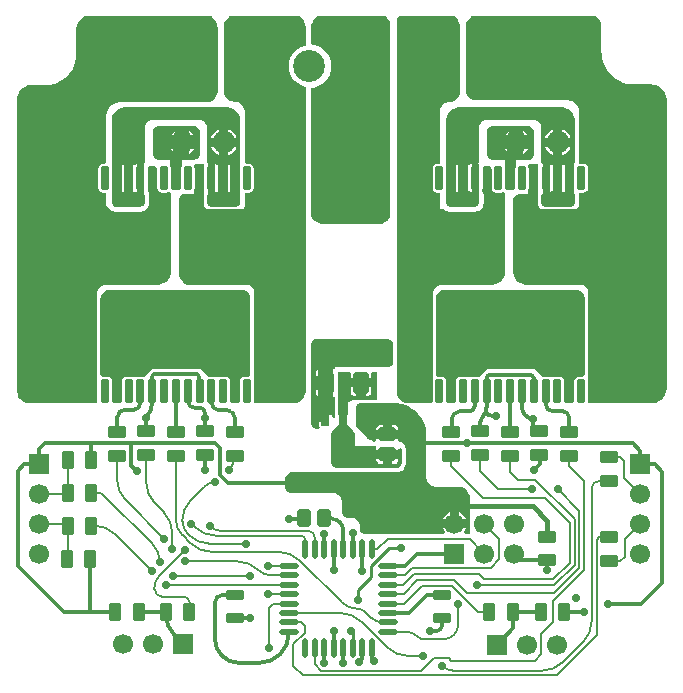
<source format=gtl>
G04 Layer_Physical_Order=1*
G04 Layer_Color=16776960*
%FSLAX43Y43*%
%MOMM*%
G71*
G01*
G75*
%ADD10C,0.200*%
%ADD11C,0.300*%
G04:AMPARAMS|DCode=12|XSize=1.21mm|YSize=1.46mm|CornerRadius=0.151mm|HoleSize=0mm|Usage=FLASHONLY|Rotation=180.000|XOffset=0mm|YOffset=0mm|HoleType=Round|Shape=RoundedRectangle|*
%AMROUNDEDRECTD12*
21,1,1.210,1.157,0,0,180.0*
21,1,0.907,1.460,0,0,180.0*
1,1,0.302,-0.454,0.579*
1,1,0.302,0.454,0.579*
1,1,0.302,0.454,-0.579*
1,1,0.302,-0.454,-0.579*
%
%ADD12ROUNDEDRECTD12*%
G04:AMPARAMS|DCode=13|XSize=1.53mm|YSize=1.02mm|CornerRadius=0.128mm|HoleSize=0mm|Usage=FLASHONLY|Rotation=90.000|XOffset=0mm|YOffset=0mm|HoleType=Round|Shape=RoundedRectangle|*
%AMROUNDEDRECTD13*
21,1,1.530,0.765,0,0,90.0*
21,1,1.275,1.020,0,0,90.0*
1,1,0.255,0.383,0.637*
1,1,0.255,0.383,-0.637*
1,1,0.255,-0.383,-0.637*
1,1,0.255,-0.383,0.637*
%
%ADD13ROUNDEDRECTD13*%
%ADD14O,1.650X0.550*%
%ADD15O,0.550X1.650*%
G04:AMPARAMS|DCode=16|XSize=0.74mm|YSize=2.01mm|CornerRadius=0.185mm|HoleSize=0mm|Usage=FLASHONLY|Rotation=0.000|XOffset=0mm|YOffset=0mm|HoleType=Round|Shape=RoundedRectangle|*
%AMROUNDEDRECTD16*
21,1,0.740,1.640,0,0,0.0*
21,1,0.370,2.010,0,0,0.0*
1,1,0.370,0.185,-0.820*
1,1,0.370,-0.185,-0.820*
1,1,0.370,-0.185,0.820*
1,1,0.370,0.185,0.820*
%
%ADD16ROUNDEDRECTD16*%
G04:AMPARAMS|DCode=17|XSize=10.3mm|YSize=5.25mm|CornerRadius=0.656mm|HoleSize=0mm|Usage=FLASHONLY|Rotation=0.000|XOffset=0mm|YOffset=0mm|HoleType=Round|Shape=RoundedRectangle|*
%AMROUNDEDRECTD17*
21,1,10.300,3.938,0,0,0.0*
21,1,8.988,5.250,0,0,0.0*
1,1,1.313,4.494,-1.969*
1,1,1.313,-4.494,-1.969*
1,1,1.313,-4.494,1.969*
1,1,1.313,4.494,1.969*
%
%ADD17ROUNDEDRECTD17*%
G04:AMPARAMS|DCode=18|XSize=6.23mm|YSize=5.25mm|CornerRadius=0.656mm|HoleSize=0mm|Usage=FLASHONLY|Rotation=0.000|XOffset=0mm|YOffset=0mm|HoleType=Round|Shape=RoundedRectangle|*
%AMROUNDEDRECTD18*
21,1,6.230,3.938,0,0,0.0*
21,1,4.918,5.250,0,0,0.0*
1,1,1.313,2.459,-1.969*
1,1,1.313,-2.459,-1.969*
1,1,1.313,-2.459,1.969*
1,1,1.313,2.459,1.969*
%
%ADD18ROUNDEDRECTD18*%
G04:AMPARAMS|DCode=19|XSize=1.53mm|YSize=1.02mm|CornerRadius=0.128mm|HoleSize=0mm|Usage=FLASHONLY|Rotation=180.000|XOffset=0mm|YOffset=0mm|HoleType=Round|Shape=RoundedRectangle|*
%AMROUNDEDRECTD19*
21,1,1.530,0.765,0,0,180.0*
21,1,1.275,1.020,0,0,180.0*
1,1,0.255,-0.637,0.383*
1,1,0.255,0.637,0.383*
1,1,0.255,0.637,-0.383*
1,1,0.255,-0.637,-0.383*
%
%ADD19ROUNDEDRECTD19*%
G04:AMPARAMS|DCode=20|XSize=0.91mm|YSize=1.46mm|CornerRadius=0.114mm|HoleSize=0mm|Usage=FLASHONLY|Rotation=90.000|XOffset=0mm|YOffset=0mm|HoleType=Round|Shape=RoundedRectangle|*
%AMROUNDEDRECTD20*
21,1,0.910,1.232,0,0,90.0*
21,1,0.683,1.460,0,0,90.0*
1,1,0.228,0.616,0.341*
1,1,0.228,0.616,-0.341*
1,1,0.228,-0.616,-0.341*
1,1,0.228,-0.616,0.341*
%
%ADD20ROUNDEDRECTD20*%
G04:AMPARAMS|DCode=21|XSize=1.28mm|YSize=1.87mm|CornerRadius=0.16mm|HoleSize=0mm|Usage=FLASHONLY|Rotation=180.000|XOffset=0mm|YOffset=0mm|HoleType=Round|Shape=RoundedRectangle|*
%AMROUNDEDRECTD21*
21,1,1.280,1.550,0,0,180.0*
21,1,0.960,1.870,0,0,180.0*
1,1,0.320,-0.480,0.775*
1,1,0.320,0.480,0.775*
1,1,0.320,0.480,-0.775*
1,1,0.320,-0.480,-0.775*
%
%ADD21ROUNDEDRECTD21*%
G04:AMPARAMS|DCode=22|XSize=1.21mm|YSize=1.46mm|CornerRadius=0.151mm|HoleSize=0mm|Usage=FLASHONLY|Rotation=90.000|XOffset=0mm|YOffset=0mm|HoleType=Round|Shape=RoundedRectangle|*
%AMROUNDEDRECTD22*
21,1,1.210,1.157,0,0,90.0*
21,1,0.907,1.460,0,0,90.0*
1,1,0.302,0.579,0.454*
1,1,0.302,0.579,-0.454*
1,1,0.302,-0.579,-0.454*
1,1,0.302,-0.579,0.454*
%
%ADD22ROUNDEDRECTD22*%
G04:AMPARAMS|DCode=23|XSize=0.7mm|YSize=1.87mm|CornerRadius=0.087mm|HoleSize=0mm|Usage=FLASHONLY|Rotation=180.000|XOffset=0mm|YOffset=0mm|HoleType=Round|Shape=RoundedRectangle|*
%AMROUNDEDRECTD23*
21,1,0.700,1.695,0,0,180.0*
21,1,0.525,1.870,0,0,180.0*
1,1,0.175,-0.263,0.848*
1,1,0.175,0.263,0.848*
1,1,0.175,0.263,-0.848*
1,1,0.175,-0.263,-0.848*
%
%ADD23ROUNDEDRECTD23*%
%ADD24C,0.600*%
%ADD25C,0.250*%
%ADD26C,0.400*%
%ADD27R,1.700X1.700*%
%ADD28C,1.700*%
%ADD29R,1.700X1.700*%
%ADD30C,1.900*%
%ADD31C,2.700*%
%ADD32R,2.200X2.200*%
%ADD33C,0.700*%
%ADD34C,1.000*%
G36*
X17505Y56245D02*
X17535Y56225D01*
X17707Y56054D01*
X17841Y55852D01*
X17934Y55628D01*
X17968Y55458D01*
X17982Y55269D01*
Y55269D01*
X17982Y55269D01*
X17982Y55269D01*
X17985Y49923D01*
X17985Y49830D01*
X17949Y49647D01*
X17878Y49475D01*
X17774Y49320D01*
X17642Y49188D01*
X17487Y49085D01*
X17315Y49013D01*
X17233Y48997D01*
X17039Y48977D01*
Y48977D01*
X17039Y48977D01*
X9760Y48977D01*
X9639Y48971D01*
X9401Y48924D01*
X9177Y48831D01*
X8975Y48696D01*
X8804Y48524D01*
X8669Y48323D01*
X8576Y48098D01*
X8542Y47926D01*
X8529Y47860D01*
X8523Y47739D01*
X8523D01*
X8523Y47739D01*
X8523Y43879D01*
X8381Y43738D01*
X8265D01*
X8115Y43708D01*
X7988Y43623D01*
X7902Y43495D01*
X7873Y43345D01*
Y41705D01*
X7902Y41555D01*
X7988Y41427D01*
X8115Y41342D01*
X8265Y41312D01*
X8523D01*
X8523Y40547D01*
X8527Y40464D01*
X8559Y40301D01*
X8623Y40148D01*
X8715Y40010D01*
X8832Y39892D01*
X8970Y39800D01*
X9124Y39736D01*
X9163Y39729D01*
X9176Y39723D01*
X9177Y39723D01*
X9177Y39723D01*
X9266Y39705D01*
X9333Y39692D01*
X9333Y39692D01*
X9333Y39692D01*
X9409Y39692D01*
X11414Y39692D01*
X11460Y39701D01*
X11506Y39703D01*
X11507Y39703D01*
X11508Y39703D01*
X11688Y39746D01*
X11718Y39760D01*
X11750Y39766D01*
X11789Y39782D01*
X11789Y39782D01*
X11855Y39826D01*
X11921Y39870D01*
X11921Y39870D01*
X12030Y39979D01*
X12030Y39979D01*
X12065Y40032D01*
X12118Y40111D01*
X12118Y40111D01*
X12177Y40253D01*
X12177Y40253D01*
X12177Y40253D01*
X12208Y40409D01*
X12208Y40486D01*
Y41141D01*
X12193Y41216D01*
X12180Y41290D01*
X12178Y41294D01*
X12177Y41297D01*
X12135Y41361D01*
X12094Y41424D01*
X12057Y41463D01*
X12092Y41516D01*
X12130Y41705D01*
Y43345D01*
X12130Y43345D01*
X12256Y43500D01*
X12699Y43500D01*
X12825Y43388D01*
X12873Y43300D01*
Y41705D01*
X12902Y41555D01*
X12988Y41427D01*
X13115Y41342D01*
X13265Y41312D01*
X13635D01*
X13785Y41342D01*
X13798Y41351D01*
X13867Y41379D01*
X14043Y41303D01*
X14050Y41297D01*
X14050Y34750D01*
X14050Y34627D01*
X14002Y34385D01*
X13908Y34158D01*
X13771Y33953D01*
X13597Y33779D01*
X13392Y33642D01*
X13165Y33548D01*
X12986Y33512D01*
X12800Y33500D01*
X12800Y33500D01*
X8523Y33500D01*
X8447Y33496D01*
X8298Y33467D01*
X8158Y33409D01*
X8032Y33325D01*
X7925Y33218D01*
X7841Y33092D01*
X7783Y32952D01*
X7754Y32803D01*
X7750Y32727D01*
Y23487D01*
X2043Y23487D01*
X1941Y23487D01*
X1739Y23527D01*
X1549Y23605D01*
X1378Y23720D01*
X1233Y23865D01*
X1119Y24036D01*
X1040Y24226D01*
X1000Y24427D01*
X1000Y24530D01*
X1000Y49198D01*
Y49320D01*
X1048Y49559D01*
X1141Y49785D01*
X1277Y49988D01*
X1450Y50161D01*
X1653Y50297D01*
X1878Y50390D01*
X2118Y50438D01*
X2240D01*
X2240Y50438D01*
X3438Y50438D01*
X3689Y50450D01*
X4182Y50548D01*
X4646Y50740D01*
X5063Y51019D01*
X5418Y51375D01*
X5697Y51792D01*
X5890Y52256D01*
X5988Y52749D01*
X6000Y53000D01*
X6000Y53000D01*
X6000Y55138D01*
X6058Y55430D01*
X6172Y55705D01*
X6337Y55952D01*
X6548Y56163D01*
X6672Y56246D01*
X17505Y56245D01*
D02*
G37*
G36*
X38105Y56245D02*
X38250Y56099D01*
X38371Y55919D01*
X38454Y55717D01*
X38482Y55581D01*
X38497Y55395D01*
Y55395D01*
X38497Y55395D01*
X38497Y55395D01*
X38500Y49986D01*
X38501Y49886D01*
X38462Y49691D01*
X38386Y49508D01*
X38276Y49343D01*
X38135Y49202D01*
X37970Y49092D01*
X37786Y49016D01*
X37683Y48995D01*
X37492Y48977D01*
X37492Y48977D01*
Y48977D01*
X37492Y48977D01*
X37364Y48964D01*
X37308Y48941D01*
X37128Y48866D01*
X36946Y48685D01*
X36872Y48505D01*
X36848Y48448D01*
X36836Y48320D01*
X36836Y48320D01*
X36836D01*
X36836Y48123D01*
X36836Y43738D01*
X36565D01*
X36415Y43708D01*
X36288Y43623D01*
X36202Y43495D01*
X36173Y43345D01*
Y41705D01*
X36202Y41555D01*
X36288Y41427D01*
X36415Y41342D01*
X36565Y41312D01*
X36836D01*
X36836Y39899D01*
X37174D01*
X37204Y39868D01*
X37204Y39868D01*
X37257Y39833D01*
X37336Y39780D01*
X37336Y39780D01*
X37476Y39722D01*
X37476Y39722D01*
X37574Y39702D01*
X37633Y39691D01*
X37633Y39691D01*
X37633Y39691D01*
X37708Y39691D01*
X39714Y39691D01*
X39791Y39691D01*
X39947Y39722D01*
X40089Y39781D01*
X40089Y39781D01*
X40155Y39825D01*
X40221Y39869D01*
X40221Y39869D01*
X40251Y39899D01*
X40350D01*
Y40008D01*
X40418Y40110D01*
X40477Y40252D01*
X40508Y40408D01*
X40508Y40485D01*
Y41141D01*
X40493Y41216D01*
X40480Y41290D01*
X40478Y41294D01*
X40477Y41297D01*
X40435Y41360D01*
X40394Y41424D01*
X40357Y41463D01*
X40392Y41516D01*
X40430Y41705D01*
Y43345D01*
X40556Y43499D01*
X40999Y43499D01*
X41121Y43390D01*
X41173Y43299D01*
Y41705D01*
X41202Y41555D01*
X41287Y41427D01*
X41415Y41342D01*
X41565Y41312D01*
X41935D01*
X42085Y41342D01*
X42150Y41386D01*
X42343Y41303D01*
X42350Y41297D01*
X42350Y34749D01*
X42350Y34626D01*
X42302Y34384D01*
X42208Y34156D01*
X42071Y33952D01*
X41897Y33777D01*
X41692Y33641D01*
X41465Y33547D01*
X41294Y33513D01*
X41100Y33499D01*
X40900Y33499D01*
X36977Y33499D01*
X36901Y33495D01*
X36752Y33465D01*
X36611Y33407D01*
X36484Y33322D01*
X36376Y33215D01*
X36292Y33088D01*
X36233Y32947D01*
X36204Y32798D01*
X36200Y32722D01*
X36200D01*
X36200Y25483D01*
X36173Y25345D01*
Y23705D01*
X36176Y23685D01*
X36032Y23485D01*
X34920D01*
X34191Y23485D01*
X34089Y23485D01*
X33891Y23525D01*
X33703Y23602D01*
X33535Y23715D01*
X33392Y23858D01*
X33279Y24027D01*
X33202Y24214D01*
X33162Y24413D01*
X33162Y24514D01*
X33162Y30465D01*
X33162Y56104D01*
X33303Y56245D01*
X38105Y56245D01*
D02*
G37*
G36*
X19103Y48508D02*
X19309Y48423D01*
X19493Y48299D01*
X19651Y48142D01*
X19774Y47957D01*
X19859Y47752D01*
X19888Y47607D01*
X19902Y47423D01*
Y47423D01*
X19902Y47423D01*
X19902Y47423D01*
Y43852D01*
X19850Y43818D01*
Y42525D01*
Y41232D01*
X19902Y41198D01*
Y40492D01*
X19902Y40414D01*
X19843Y40270D01*
X19732Y40160D01*
X19692Y40143D01*
X19510Y40100D01*
X17402Y40100D01*
X17264Y40157D01*
X17158Y40263D01*
X17101Y40401D01*
X17101Y40476D01*
Y41141D01*
X17240Y41286D01*
X17301Y41312D01*
X17635D01*
X17785Y41342D01*
X17798Y41351D01*
X17950Y41412D01*
X18050Y41372D01*
Y42525D01*
Y43678D01*
X17950Y43638D01*
X17798Y43699D01*
X17785Y43708D01*
X17635Y43738D01*
X17265D01*
X17101Y43909D01*
X17101Y46799D01*
X17098Y46868D01*
X17071Y47002D01*
X17018Y47129D01*
X16942Y47244D01*
X16845Y47341D01*
X16730Y47417D01*
X16603Y47470D01*
X16469Y47497D01*
X16400Y47500D01*
X16400Y47500D01*
X16400Y47500D01*
X16204Y47500D01*
X12493Y47500D01*
X12425Y47497D01*
X12292Y47470D01*
X12166Y47418D01*
X12053Y47343D01*
X11957Y47247D01*
X11882Y47134D01*
X11830Y47008D01*
X11803Y46875D01*
X11800Y46807D01*
X11800Y46807D01*
X11800Y46807D01*
X11800Y43909D01*
X11635Y43738D01*
X11265D01*
X11115Y43708D01*
X11102Y43699D01*
X10950Y43638D01*
X10850Y43678D01*
Y42525D01*
Y41372D01*
X10950Y41412D01*
X11102Y41351D01*
X11115Y41342D01*
X11265Y41312D01*
X11600D01*
X11659Y41287D01*
X11800Y41141D01*
Y40486D01*
X11800Y40409D01*
X11741Y40267D01*
X11633Y40159D01*
X11594Y40143D01*
X11414Y40100D01*
X11414Y40100D01*
Y40100D01*
X9408Y40100D01*
X9333Y40100D01*
X9192Y40158D01*
X9085Y40266D01*
X9027Y40406D01*
X9027Y40482D01*
Y41179D01*
X9050Y41196D01*
Y42525D01*
Y43854D01*
X9027Y43871D01*
X9027Y47537D01*
X9070Y47755D01*
X9155Y47959D01*
X9278Y48143D01*
X9434Y48300D01*
X9618Y48423D01*
X9823Y48508D01*
X10040Y48551D01*
X10151D01*
X10151Y48551D01*
X18774Y48551D01*
X18885Y48551D01*
X19103Y48508D01*
D02*
G37*
G36*
X47403Y48506D02*
X47609Y48421D01*
X47793Y48298D01*
X47951Y48141D01*
X48074Y47956D01*
X48159Y47750D01*
X48202Y47532D01*
X48202Y47421D01*
X48202D01*
X48202Y43852D01*
X48150Y43818D01*
Y42525D01*
Y41232D01*
X48202Y41198D01*
Y40491D01*
X48202Y40413D01*
X48143Y40269D01*
X48032Y40158D01*
X47888Y40099D01*
X47810Y40099D01*
X45702Y40099D01*
X45564Y40156D01*
X45458Y40262D01*
X45401Y40400D01*
X45401Y40475D01*
Y41141D01*
X45540Y41286D01*
X45601Y41312D01*
X45935D01*
X46085Y41342D01*
X46098Y41351D01*
X46288Y41427D01*
X46350Y41386D01*
Y42525D01*
Y43678D01*
X46213Y43623D01*
X46085Y43708D01*
X45935Y43738D01*
X45565D01*
X45401Y43909D01*
Y46798D01*
X45398Y46866D01*
X45371Y47001D01*
X45318Y47128D01*
X45242Y47242D01*
X45145Y47340D01*
X45030Y47416D01*
X44903Y47469D01*
X44769Y47495D01*
X44700Y47499D01*
Y47499D01*
X40793Y47499D01*
X40725Y47495D01*
X40592Y47469D01*
X40466Y47417D01*
X40353Y47341D01*
X40257Y47245D01*
X40182Y47132D01*
X40130Y47007D01*
X40103Y46874D01*
X40100Y46806D01*
X40100Y43909D01*
X39935Y43738D01*
X39565D01*
X39415Y43708D01*
X39402Y43699D01*
X39213Y43623D01*
X39150Y43664D01*
Y42525D01*
Y41372D01*
X39288Y41427D01*
X39415Y41342D01*
X39565Y41312D01*
X39900D01*
X39959Y41287D01*
X40100Y41141D01*
Y40485D01*
X40100Y40408D01*
X40041Y40266D01*
X39933Y40158D01*
X39791Y40099D01*
X39714Y40099D01*
X37708Y40099D01*
X37633Y40099D01*
X37492Y40157D01*
X37385Y40264D01*
X37327Y40405D01*
X37327Y40481D01*
Y41179D01*
X37350Y41196D01*
Y42525D01*
Y43854D01*
X37327Y43871D01*
X37327Y47536D01*
X37370Y47753D01*
X37455Y47958D01*
X37578Y48142D01*
X37734Y48299D01*
X37918Y48422D01*
X38123Y48507D01*
X38340Y48550D01*
X38451D01*
Y48550D01*
X47074Y48550D01*
X47185Y48550D01*
X47403Y48506D01*
D02*
G37*
G36*
X16240Y46909D02*
X16409Y46740D01*
X16474Y46583D01*
X16500Y46400D01*
Y46400D01*
X16500Y46400D01*
X16500Y46400D01*
X16500Y44650D01*
X16500Y44541D01*
X16416Y44338D01*
X16262Y44184D01*
X16137Y44132D01*
X15950Y44100D01*
X14950Y44100D01*
Y43566D01*
X14902Y43495D01*
X14873Y43345D01*
Y41705D01*
X14874Y41700D01*
X14717Y41500D01*
X14183Y41500D01*
X14020Y41666D01*
X14028Y41705D01*
Y43345D01*
X13998Y43495D01*
X13971Y43535D01*
Y44100D01*
X13073Y44100D01*
X12962Y44100D01*
X12757Y44185D01*
X12601Y44341D01*
X12516Y44546D01*
X12516Y44657D01*
X12516Y46545D01*
X12602Y46754D01*
X12762Y46914D01*
X12947Y46990D01*
X16043Y46990D01*
X16240Y46909D01*
D02*
G37*
G36*
X44540Y46907D02*
X44709Y46739D01*
X44800Y46518D01*
X44800Y46399D01*
X44800D01*
X44800Y44649D01*
X44800Y44539D01*
X44716Y44337D01*
X44562Y44182D01*
X44359Y44099D01*
X44250Y44099D01*
X43250Y44099D01*
Y43566D01*
X43202Y43495D01*
X43173Y43345D01*
Y41705D01*
X43174Y41699D01*
X43018Y41499D01*
X42483Y41499D01*
X42319Y41663D01*
X42328Y41705D01*
Y43345D01*
X42298Y43495D01*
X42271Y43535D01*
Y44099D01*
X41373Y44099D01*
X41262Y44099D01*
X41057Y44183D01*
X40901Y44340D01*
X40816Y44545D01*
X40816Y44655D01*
X40816Y46544D01*
X40902Y46753D01*
X41062Y46912D01*
X41247Y46989D01*
X44343Y46989D01*
X44540Y46907D01*
D02*
G37*
G36*
X24961Y56245D02*
X24997Y56221D01*
X25171Y56047D01*
X25308Y55842D01*
X25402Y55615D01*
X25450Y55373D01*
X25450Y55250D01*
Y53754D01*
X25407Y53750D01*
X25077Y53650D01*
X24773Y53487D01*
X24507Y53268D01*
X24288Y53002D01*
X24125Y52698D01*
X24025Y52368D01*
X23992Y52025D01*
X24025Y51682D01*
X24125Y51352D01*
X24288Y51048D01*
X24507Y50782D01*
X24773Y50563D01*
X25077Y50400D01*
X25407Y50300D01*
X25450Y50296D01*
Y49249D01*
X25450Y30418D01*
X25450Y24533D01*
X25450D01*
Y24430D01*
X25410Y24228D01*
X25331Y24037D01*
X25216Y23866D01*
X25071Y23720D01*
X24899Y23606D01*
X24709Y23527D01*
X24506Y23487D01*
X23500D01*
X21050Y23487D01*
X21050Y33000D01*
X21050D01*
X21041Y33096D01*
X20967Y33275D01*
X20830Y33411D01*
X20652Y33485D01*
X20556Y33494D01*
X15762Y33494D01*
X15658Y33494D01*
X15452Y33535D01*
X15259Y33615D01*
X15085Y33731D01*
X14937Y33879D01*
X14821Y34053D01*
X14741Y34247D01*
X14700Y34452D01*
X14700Y34557D01*
X14700Y40698D01*
X14700Y40793D01*
X14773Y40968D01*
X14907Y41102D01*
X15082Y41175D01*
X15177Y41175D01*
X15950D01*
Y41483D01*
X15998Y41555D01*
X16028Y41705D01*
Y43345D01*
X15998Y43495D01*
X15961Y43550D01*
X15983Y43641D01*
X16091Y43750D01*
X16850Y43750D01*
X16850Y40275D01*
X16857Y40202D01*
X16913Y40067D01*
X17017Y39963D01*
X17152Y39907D01*
X17225Y39900D01*
X17382D01*
X17402Y39896D01*
X19510Y39896D01*
X19530Y39900D01*
X19940D01*
X20003Y39906D01*
X20120Y39954D01*
X20208Y40043D01*
X20257Y40159D01*
X20263Y40222D01*
Y41311D01*
X20265Y41312D01*
X20635D01*
X20785Y41342D01*
X20913Y41427D01*
X20998Y41555D01*
X21028Y41705D01*
Y43345D01*
X20998Y43495D01*
X20913Y43623D01*
X20785Y43708D01*
X20635Y43738D01*
X20463D01*
X20263Y43937D01*
X20263Y48187D01*
X20263D01*
X20259Y48267D01*
X20228Y48423D01*
X20167Y48570D01*
X20078Y48703D01*
X19966Y48816D01*
X19833Y48904D01*
X19686Y48965D01*
X19530Y48996D01*
X19450Y49000D01*
X19355D01*
X19168Y49037D01*
X18992Y49110D01*
X18834Y49216D01*
X18699Y49351D01*
X18593Y49509D01*
X18520Y49685D01*
X18483Y49872D01*
Y49967D01*
X18483Y55234D01*
X18483Y55358D01*
X18532Y55603D01*
X18627Y55834D01*
X18766Y56041D01*
X18942Y56218D01*
X18984Y56245D01*
X24961Y56245D01*
D02*
G37*
G36*
X50036Y56245D02*
X50051Y56235D01*
X50216Y56070D01*
X50345Y55876D01*
X50435Y55661D01*
X50480Y55432D01*
X50480Y55315D01*
Y53221D01*
X50480Y53221D01*
X50486Y53041D01*
X50533Y52685D01*
X50626Y52338D01*
X50763Y52006D01*
X50943Y51695D01*
X51161Y51410D01*
X51415Y51155D01*
X51700Y50937D01*
X52011Y50757D01*
X52343Y50619D01*
X52690Y50526D01*
X53046Y50479D01*
X53226Y50473D01*
X54685Y50472D01*
X54685Y50472D01*
X54685Y50472D01*
X54688Y50472D01*
X54872Y50460D01*
X55069Y50421D01*
X55308Y50322D01*
X55523Y50178D01*
X55706Y49995D01*
X55850Y49779D01*
X55949Y49540D01*
X56000Y49286D01*
Y49156D01*
X56000Y24786D01*
X56000Y24785D01*
X56000Y24657D01*
X55950Y24406D01*
X55852Y24170D01*
X55710Y23957D01*
X55529Y23776D01*
X55316Y23633D01*
X55079Y23535D01*
X54828Y23485D01*
X54700Y23485D01*
X49350Y23485D01*
X49350Y32966D01*
X49350Y32966D01*
X49350Y32966D01*
X49350Y32967D01*
X49340Y33069D01*
X49308Y33146D01*
X49261Y33259D01*
X49116Y33404D01*
X48926Y33483D01*
X48823Y33493D01*
X44207Y33493D01*
X44088Y33493D01*
X43855Y33539D01*
X43635Y33630D01*
X43438Y33762D01*
X43269Y33931D01*
X43137Y34128D01*
X43046Y34348D01*
X43000Y34581D01*
X43000Y34700D01*
X43000Y40600D01*
X43000Y40600D01*
X43030Y40788D01*
X43087Y40925D01*
X43249Y41086D01*
X43460Y41174D01*
X43574Y41174D01*
X44250Y41174D01*
Y41483D01*
X44298Y41555D01*
X44328Y41705D01*
Y43345D01*
X44298Y43495D01*
X44262Y43549D01*
X44284Y43642D01*
X44391Y43749D01*
X45145Y43749D01*
X45145Y40279D01*
X45145Y40279D01*
X45152Y40205D01*
X45209Y40068D01*
X45314Y39963D01*
X45451Y39906D01*
X45525Y39899D01*
X45682D01*
X45702Y39895D01*
X47810Y39895D01*
X47888Y39895D01*
X47888Y39895D01*
X47888Y39895D01*
X47908Y39899D01*
X48199D01*
X48277Y39906D01*
X48422Y39966D01*
X48532Y40077D01*
X48592Y40222D01*
X48600Y40300D01*
X48600Y41312D01*
X48935D01*
X49085Y41342D01*
X49213Y41427D01*
X49298Y41555D01*
X49328Y41705D01*
Y43345D01*
X49298Y43495D01*
X49213Y43623D01*
X49085Y43708D01*
X48935Y43738D01*
X48600D01*
X48600Y48119D01*
X48600Y48119D01*
X48600Y48119D01*
X48600Y48120D01*
X48595Y48221D01*
X48579Y48303D01*
X48555Y48420D01*
X48478Y48608D01*
X48365Y48777D01*
X48221Y48921D01*
X48052Y49034D01*
X47864Y49112D01*
X47665Y49151D01*
X47563Y49156D01*
X39820Y49156D01*
X39737D01*
X39575Y49189D01*
X39422Y49252D01*
X39284Y49344D01*
X39166Y49462D01*
X39074Y49600D01*
X39011Y49753D01*
X38978Y49915D01*
X38978Y49998D01*
X38978Y55059D01*
X38978Y55259D01*
X38984Y55334D01*
X38993Y55453D01*
X39026Y55621D01*
X39120Y55847D01*
X39255Y56050D01*
X39428Y56223D01*
X39462Y56245D01*
X50036Y56245D01*
D02*
G37*
G36*
X32210Y56245D02*
X32355Y56101D01*
X32475Y55921D01*
X32558Y55721D01*
X32600Y55508D01*
X32600Y55400D01*
X32600Y49991D01*
Y39526D01*
X32600Y39526D01*
X32600Y39444D01*
X32568Y39285D01*
X32506Y39135D01*
X32416Y38999D01*
X32301Y38884D01*
X32165Y38794D01*
X32015Y38732D01*
X31856Y38700D01*
X31774Y38700D01*
X26800Y38700D01*
X26708Y38700D01*
X26527Y38736D01*
X26357Y38806D01*
X26204Y38909D01*
X26074Y39039D01*
X25972Y39192D01*
X25901Y39362D01*
X25865Y39543D01*
X25865Y39635D01*
X25865Y49500D01*
Y50177D01*
X26113Y50202D01*
X26461Y50308D01*
X26783Y50479D01*
X27065Y50711D01*
X27296Y50992D01*
X27468Y51314D01*
X27573Y51662D01*
X27609Y52025D01*
X27573Y52388D01*
X27468Y52736D01*
X27296Y53058D01*
X27065Y53339D01*
X26783Y53571D01*
X26461Y53742D01*
X26113Y53848D01*
X25865Y53873D01*
Y55165D01*
X25865Y55165D01*
X25865Y55165D01*
X25877Y55355D01*
X25916Y55555D01*
X26017Y55797D01*
X26163Y56016D01*
X26349Y56202D01*
X26414Y56245D01*
X32210Y56245D01*
D02*
G37*
G36*
X20274Y33074D02*
X20396Y33023D01*
X20506Y32950D01*
X20600Y32856D01*
X20673Y32746D01*
X20724Y32624D01*
X20750Y32494D01*
X20750Y32428D01*
X20750Y25890D01*
X20550Y25738D01*
X20265D01*
X20115Y25708D01*
X19988Y25623D01*
X19902Y25495D01*
X19873Y25345D01*
Y23705D01*
X19874Y23700D01*
X19717Y23500D01*
X19183D01*
X19027Y23700D01*
X19028Y23705D01*
Y25345D01*
X18998Y25495D01*
X18913Y25623D01*
X18850Y25664D01*
Y25738D01*
X17154D01*
X16534Y26357D01*
X12726D01*
Y26362D01*
X12699Y26357D01*
X12450D01*
X11831Y25738D01*
X10050D01*
Y25664D01*
X9988Y25623D01*
X9902Y25495D01*
X9873Y25345D01*
Y23705D01*
X9874Y23700D01*
X9717Y23500D01*
X9183D01*
X9027Y23700D01*
X9028Y23705D01*
Y25345D01*
X8998Y25495D01*
X8913Y25623D01*
X8785Y25708D01*
X8635Y25738D01*
X8265D01*
X8250Y25735D01*
X8050Y25887D01*
X8050Y32278D01*
Y32359D01*
X8082Y32517D01*
X8144Y32667D01*
X8234Y32802D01*
X8348Y32916D01*
X8483Y33006D01*
X8633Y33068D01*
X8791Y33100D01*
X8872D01*
X20078Y33100D01*
Y33100D01*
X20144Y33100D01*
X20274Y33074D01*
D02*
G37*
G36*
X32393Y28907D02*
X32393Y28907D01*
X32393D01*
X32575Y28866D01*
X32623Y28845D01*
X32738Y28731D01*
X32800Y28581D01*
X32800Y28500D01*
Y26916D01*
X32800Y26916D01*
X32800Y26843D01*
X32744Y26707D01*
X32640Y26603D01*
X32504Y26547D01*
X32430Y26547D01*
X27900Y26547D01*
Y26469D01*
X27833Y26415D01*
X27716Y26353D01*
Y25224D01*
Y24106D01*
X27700Y24103D01*
X27833Y24033D01*
X27900Y23979D01*
X27900Y22352D01*
X27900Y22352D01*
X27900Y22282D01*
X27868Y22232D01*
X27668Y22291D01*
Y22524D01*
X27113D01*
Y21924D01*
X26557D01*
Y21676D01*
X26579Y21564D01*
X26620Y21502D01*
X26583Y21378D01*
X26532Y21302D01*
X26398D01*
X26398Y21302D01*
X26299D01*
X26116Y21378D01*
X25977Y21518D01*
X25901Y21700D01*
X25901Y21799D01*
X25901Y26547D01*
X25901Y28491D01*
X25901Y28491D01*
X25901Y28491D01*
X25942Y28672D01*
X25964Y28727D01*
X26082Y28844D01*
X26235Y28907D01*
X26317Y28907D01*
X32392Y28907D01*
X32393Y28907D01*
D02*
G37*
G36*
X31500Y23799D02*
X29499Y23799D01*
X29401Y23789D01*
X29222Y23715D01*
X29217Y23710D01*
X29082Y23578D01*
X29013Y23625D01*
Y22524D01*
X28213D01*
Y23824D01*
X28200Y23838D01*
Y26139D01*
X29153D01*
X29269Y25999D01*
Y25624D01*
X30116D01*
X30963D01*
Y25999D01*
X31078Y26139D01*
X31500D01*
Y23799D01*
D02*
G37*
G36*
X48329Y33099D02*
X48329Y33099D01*
X48329D01*
X48512Y33076D01*
X48539Y33071D01*
X48670Y33017D01*
X48789Y32938D01*
X48889Y32837D01*
X48968Y32719D01*
X49022Y32588D01*
X49050Y32449D01*
Y32378D01*
X49050Y25890D01*
X48850Y25738D01*
X48565D01*
X48415Y25708D01*
X48287Y25623D01*
X48202Y25495D01*
X48173Y25345D01*
Y23705D01*
X48174Y23699D01*
X48018Y23499D01*
X47483D01*
X47326Y23699D01*
X47328Y23705D01*
Y25345D01*
X47298Y25495D01*
X47213Y25623D01*
X47150Y25664D01*
Y25736D01*
X46941D01*
X46935Y25738D01*
X46565D01*
X46559Y25736D01*
X45941D01*
X45935Y25738D01*
X45565D01*
X45559Y25736D01*
X45454D01*
X44834Y26356D01*
X40750D01*
X40131Y25736D01*
X39941D01*
X39935Y25738D01*
X39565D01*
X39559Y25736D01*
X38941D01*
X38935Y25738D01*
X38565D01*
X38559Y25736D01*
X38350D01*
Y25664D01*
X38287Y25623D01*
X38202Y25495D01*
X38173Y25345D01*
Y23705D01*
X38174Y23699D01*
X38018Y23499D01*
X37483D01*
X37326Y23699D01*
X37328Y23705D01*
Y25345D01*
X37298Y25495D01*
X37213Y25623D01*
X37085Y25708D01*
X36935Y25738D01*
X36655D01*
X36455Y25892D01*
X36455Y32376D01*
X36455Y32376D01*
X36478Y32566D01*
X36482Y32587D01*
X36537Y32718D01*
X36616Y32837D01*
X36717Y32937D01*
X36835Y33016D01*
X36967Y33071D01*
X37106Y33099D01*
X37178D01*
X48329Y33099D01*
X48329Y33099D01*
D02*
G37*
G36*
X29442Y21194D02*
X29482Y21154D01*
X29546Y21058D01*
X29590Y20952D01*
X29613Y20839D01*
X29613Y20782D01*
X29613Y20782D01*
X29613Y19900D01*
X31301Y19900D01*
X31347Y19850D01*
X31431Y19700D01*
X31413Y19612D01*
Y19559D01*
X32350D01*
X33287D01*
Y19612D01*
X33464Y19712D01*
X33600Y19570D01*
Y19492D01*
X33600D01*
X33600Y18500D01*
X33600Y18401D01*
X33524Y18217D01*
X33383Y18076D01*
X33285Y18036D01*
X33100Y18000D01*
X28200Y18000D01*
X28079Y18000D01*
X27856Y18092D01*
X27686Y18263D01*
X27594Y18486D01*
X27594Y18606D01*
Y20852D01*
X27594Y20886D01*
X27607Y20952D01*
X27632Y21014D01*
X27670Y21070D01*
X27694Y21094D01*
X27694Y21094D01*
X27721Y21121D01*
X27743Y21154D01*
X27783Y21194D01*
X27783D01*
X28313Y21724D01*
X28913Y21724D01*
X29442Y21194D01*
D02*
G37*
G36*
X29985Y23485D02*
X32960Y23485D01*
X32960Y23485D01*
X32960Y23485D01*
X32962D01*
X33148Y23484D01*
X33485Y23439D01*
X33708Y23380D01*
X33812Y23337D01*
X33832Y23333D01*
X33851Y23325D01*
X33910Y23313D01*
X34150Y23214D01*
X34455Y23038D01*
X34734Y22823D01*
X34983Y22574D01*
X35198Y22295D01*
X35374Y21990D01*
X35508Y21665D01*
X35599Y21325D01*
X35645Y20976D01*
X35645Y20800D01*
X35645Y17255D01*
X35650Y17171D01*
X35682Y17007D01*
X35746Y16852D01*
X35839Y16712D01*
X35958Y16594D01*
X36097Y16501D01*
X36252Y16437D01*
X36416Y16404D01*
X36500Y16400D01*
X38410Y16400D01*
X38410Y16400D01*
X38410Y16400D01*
X38410D01*
X38595Y16381D01*
X38673Y16365D01*
X38836Y16298D01*
X38984Y16199D01*
X39109Y16074D01*
X39208Y15926D01*
X39275Y15763D01*
X39310Y15589D01*
X39310Y15500D01*
X39310Y12400D01*
X38899D01*
X38825Y12600D01*
X38952Y12766D01*
X39006Y12896D01*
X37064D01*
X37118Y12766D01*
X37245Y12600D01*
X37171Y12400D01*
X30500Y12400D01*
X30401Y12400D01*
X30217Y12476D01*
X30076Y12617D01*
X30000Y12801D01*
X30000Y12900D01*
X30000Y13187D01*
X30000Y13187D01*
X30000Y13187D01*
X30000Y13187D01*
X29988Y13306D01*
X29962Y13369D01*
X29897Y13527D01*
X29727Y13697D01*
X29506Y13788D01*
X29387Y13800D01*
X29100Y13800D01*
X29100Y13800D01*
X28981Y13800D01*
X28760Y13891D01*
X28591Y14060D01*
X28500Y14281D01*
X28500Y15127D01*
X28500D01*
X28500Y15127D01*
X28500Y15127D01*
X28496Y15203D01*
X28466Y15354D01*
X28407Y15496D01*
X28322Y15624D01*
X28214Y15732D01*
X28086Y15817D01*
X27944Y15876D01*
X27793Y15906D01*
X27717Y15910D01*
X24272Y15910D01*
X24158D01*
X23948Y15997D01*
X23787Y16158D01*
X23700Y16368D01*
X23700Y16482D01*
X23700Y16987D01*
X23724Y17177D01*
X23726Y17188D01*
X23778Y17313D01*
X23853Y17426D01*
X23949Y17522D01*
X24062Y17597D01*
X24187Y17649D01*
X24320Y17675D01*
X24387Y17675D01*
X33072Y17675D01*
X33262Y17675D01*
X33262Y17675D01*
X33262Y17675D01*
X33384Y17687D01*
X33446Y17713D01*
X33611Y17781D01*
X33785Y17954D01*
X33878Y18181D01*
X33891Y18304D01*
X33891Y19709D01*
X33891Y19709D01*
X33891Y19709D01*
X33890Y19710D01*
X33881Y19805D01*
X33846Y19889D01*
X33808Y19982D01*
X33673Y20117D01*
X33496Y20191D01*
X33441Y20196D01*
X33350Y20286D01*
X33287Y20395D01*
Y20449D01*
X32350D01*
X31413D01*
Y20405D01*
X31412Y20393D01*
X31241Y20235D01*
X31167Y20250D01*
X30930Y20348D01*
X30717Y20490D01*
X30627Y20580D01*
X29911Y21297D01*
X29911Y21297D01*
X29861Y21347D01*
X29782Y21465D01*
X29728Y21595D01*
X29700Y21734D01*
X29700Y21805D01*
X29700Y23200D01*
X29700Y23200D01*
X29723Y23271D01*
X29758Y23376D01*
X29824Y23442D01*
X29929Y23485D01*
X29985Y23485D01*
D02*
G37*
%LPC*%
G36*
X18895Y46654D02*
Y45975D01*
X19574D01*
X19500Y46155D01*
X19315Y46395D01*
X19075Y46580D01*
X18895Y46654D01*
D02*
G37*
G36*
X18095Y46654D02*
X17915Y46580D01*
X17675Y46395D01*
X17491Y46155D01*
X17416Y45975D01*
X18095D01*
Y46654D01*
D02*
G37*
G36*
Y45175D02*
X17416D01*
X17491Y44995D01*
X17675Y44755D01*
X17915Y44570D01*
X18095Y44496D01*
Y45175D01*
D02*
G37*
G36*
X19574D02*
X18895D01*
Y44496D01*
X19075Y44570D01*
X19315Y44755D01*
X19500Y44995D01*
X19574Y45175D01*
D02*
G37*
G36*
X19050Y43678D02*
X18950Y43638D01*
X18850Y43678D01*
Y42525D01*
Y41372D01*
X18950Y41412D01*
X19050Y41372D01*
Y42525D01*
Y43678D01*
D02*
G37*
G36*
X10050D02*
X9950Y43638D01*
X9850Y43678D01*
Y42525D01*
Y41372D01*
X9950Y41412D01*
X10050Y41372D01*
Y42525D01*
Y43678D01*
D02*
G37*
G36*
X47170Y46654D02*
Y45975D01*
X47849D01*
X47775Y46155D01*
X47590Y46395D01*
X47350Y46580D01*
X47170Y46654D01*
D02*
G37*
G36*
X46370Y46654D02*
X46190Y46580D01*
X45950Y46395D01*
X45765Y46155D01*
X45691Y45975D01*
X46370D01*
Y46654D01*
D02*
G37*
G36*
X47849Y45175D02*
X47170D01*
Y44496D01*
X47350Y44570D01*
X47590Y44755D01*
X47775Y44995D01*
X47849Y45175D01*
D02*
G37*
G36*
X46370D02*
X45691D01*
X45765Y44995D01*
X45950Y44755D01*
X46190Y44570D01*
X46370Y44496D01*
Y45175D01*
D02*
G37*
G36*
X38350Y43664D02*
X38288Y43623D01*
X38213D01*
X38150Y43664D01*
Y42525D01*
Y41372D01*
X38288Y41427D01*
X38350Y41386D01*
Y42525D01*
Y43664D01*
D02*
G37*
G36*
X47150Y43678D02*
Y42525D01*
Y41372D01*
X47288Y41427D01*
X47350Y41386D01*
Y42525D01*
Y43664D01*
X47288Y43623D01*
X47150Y43678D01*
D02*
G37*
G36*
X15595Y46564D02*
Y46175D01*
X15984D01*
X15815Y46395D01*
X15595Y46564D01*
D02*
G37*
G36*
X14395Y46564D02*
X14175Y46395D01*
X14006Y46175D01*
X14395D01*
Y46564D01*
D02*
G37*
G36*
Y44975D02*
X14006D01*
X14175Y44755D01*
X14395Y44586D01*
Y44975D01*
D02*
G37*
G36*
X15984D02*
X15595D01*
Y44586D01*
X15815Y44755D01*
X15984Y44975D01*
D02*
G37*
G36*
X43870Y46564D02*
Y46175D01*
X44259D01*
X44090Y46395D01*
X43870Y46564D01*
D02*
G37*
G36*
X42670Y46564D02*
X42450Y46395D01*
X42281Y46175D01*
X42670D01*
Y46564D01*
D02*
G37*
G36*
X44259Y44975D02*
X43870D01*
Y44586D01*
X44090Y44755D01*
X44259Y44975D01*
D02*
G37*
G36*
X42670D02*
X42281D01*
X42450Y44755D01*
X42670Y44586D01*
Y44975D01*
D02*
G37*
G36*
X26516Y26342D02*
X26495Y26338D01*
X26376Y26259D01*
X26296Y26139D01*
X26269Y25999D01*
Y25824D01*
X26516D01*
Y26342D01*
D02*
G37*
G36*
Y24624D02*
X26269D01*
Y24449D01*
X26296Y24309D01*
X26376Y24189D01*
X26495Y24110D01*
X26516Y24106D01*
Y24624D01*
D02*
G37*
G36*
X30963Y24824D02*
X30516D01*
Y24082D01*
X30596D01*
X30736Y24110D01*
X30855Y24189D01*
X30935Y24309D01*
X30963Y24449D01*
Y24824D01*
D02*
G37*
G36*
X29716D02*
X29269D01*
Y24449D01*
X29296Y24309D01*
X29376Y24189D01*
X29495Y24110D01*
X29636Y24082D01*
X29716D01*
Y24824D01*
D02*
G37*
G36*
X33287Y18759D02*
X32750D01*
Y18347D01*
X32929D01*
X33066Y18374D01*
X33182Y18452D01*
X33260Y18568D01*
X33287Y18705D01*
Y18759D01*
D02*
G37*
G36*
X31950D02*
X31413D01*
Y18705D01*
X31440Y18568D01*
X31518Y18452D01*
X31634Y18374D01*
X31771Y18347D01*
X31950D01*
Y18759D01*
D02*
G37*
G36*
X32929Y21660D02*
X32750D01*
Y21249D01*
X33287D01*
Y21302D01*
X33260Y21439D01*
X33182Y21556D01*
X33066Y21633D01*
X32929Y21660D01*
D02*
G37*
G36*
X31950D02*
X31771D01*
X31634Y21633D01*
X31518Y21556D01*
X31440Y21439D01*
X31413Y21302D01*
Y21249D01*
X31950D01*
Y21660D01*
D02*
G37*
G36*
X38435Y14267D02*
Y13696D01*
X39006D01*
X38952Y13825D01*
X38784Y14045D01*
X38565Y14213D01*
X38435Y14267D01*
D02*
G37*
G36*
X37635D02*
X37505Y14213D01*
X37286Y14045D01*
X37118Y13825D01*
X37064Y13696D01*
X37635D01*
Y14267D01*
D02*
G37*
%LPD*%
D10*
X36963Y1250D02*
G03*
X37928Y850I966J966D01*
G01*
X32301Y2844D02*
G03*
X34097Y2100I1796J1796D01*
G01*
X30164Y4981D02*
G03*
X28368Y5725I-1796J-1796D01*
G01*
X50250Y16900D02*
G03*
X49650Y16300I0J-600D01*
G01*
X45451Y850D02*
G03*
X47247Y1594I0J2540D01*
G01*
X48906Y3253D02*
G03*
X49650Y5049I-1796J1796D01*
G01*
X37100Y3500D02*
G03*
X38350Y4750I0J1250D01*
G01*
X34884Y3750D02*
G03*
X35488Y3500I604J604D01*
G01*
X34884Y3750D02*
G03*
X33979Y4125I-905J-905D01*
G01*
X18939Y17825D02*
G03*
X19425Y18999I-1174J1174D01*
G01*
X15651Y15208D02*
G03*
X15000Y13637I1571J-1571D01*
G01*
X17775Y16800D02*
G03*
X16867Y16424I0J-1284D01*
G01*
X15528Y12344D02*
G03*
X17324Y11600I1796J1796D01*
G01*
X15000Y13531D02*
G03*
X15466Y12406I1592J0D01*
G01*
X30986Y5339D02*
G03*
X31985Y4925I999J999D01*
G01*
X30564Y5761D02*
G03*
X29737Y6103I-826J-826D01*
G01*
X28474Y6627D02*
G03*
X29737Y6103I1263J1263D01*
G01*
X24945Y10156D02*
G03*
X23149Y10900I-1796J-1796D01*
G01*
X15662Y11644D02*
G03*
X17458Y10900I1796J1796D01*
G01*
X14438Y13680D02*
G03*
X15011Y12295I1957J0D01*
G01*
X17300Y13100D02*
G03*
X18349Y12665I1049J1049D01*
G01*
X26212Y12125D02*
G03*
X25672Y12665I-541J0D01*
G01*
X16037Y13009D02*
G03*
X17833Y12265I1796J1796D01*
G01*
X25386Y11151D02*
G03*
X25412Y11125I26J0D01*
G01*
X25386Y11957D02*
G03*
X25078Y12265I-308J0D01*
G01*
X15607Y6623D02*
G03*
X15127Y7103I-480J0D01*
G01*
X12627Y7775D02*
G03*
X13300Y7103I673J0D01*
G01*
X13031Y8875D02*
G03*
X12627Y7900I975J-975D01*
G01*
X14143Y12488D02*
G03*
X13399Y14284I-2540J0D01*
G01*
X11919Y16816D02*
G03*
X12663Y15020I2540J0D01*
G01*
X21428Y9356D02*
G03*
X22468Y8925I1041J1041D01*
G01*
X21428Y9356D02*
G03*
X19631Y10100I-1796J-1796D01*
G01*
X9332Y12381D02*
G03*
X7536Y13125I-1796J-1796D01*
G01*
X8398Y15652D02*
G03*
X7800Y15900I-598J-598D01*
G01*
X13093Y10007D02*
G03*
X12421Y11629I-2294J0D01*
G01*
X9450Y17074D02*
G03*
X10194Y15278I2540J0D01*
G01*
X34097Y2100D02*
X35400D01*
X30164Y4981D02*
X32301Y2844D01*
X24013Y5725D02*
X28368D01*
X50250Y16900D02*
X51100D01*
X49650Y5049D02*
Y16300D01*
X37928Y850D02*
X45451D01*
X47247Y1594D02*
X48906Y3253D01*
X35488Y3500D02*
X37100D01*
X32412Y4125D02*
X33979D01*
X38350Y4750D02*
Y6500D01*
X19425Y18999D02*
Y19041D01*
X15651Y15208D02*
X16867Y16424D01*
X17324Y11600D02*
X20400D01*
X17220D02*
X17324D01*
X15466Y12406D02*
X15528Y12344D01*
X15000Y13531D02*
Y13637D01*
X30564Y5761D02*
X30986Y5339D01*
X24945Y10156D02*
X28474Y6627D01*
X17458Y10900D02*
X23149D01*
X15011Y12295D02*
X15662Y11644D01*
X14438Y13680D02*
Y19041D01*
X13031Y8875D02*
X15189Y11033D01*
X18349Y12665D02*
X25672D01*
X26212Y11125D02*
Y12125D01*
X17833Y12265D02*
X25078D01*
X25386Y11151D02*
Y11957D01*
X10194Y15278D02*
X13478Y11994D01*
X15607Y5800D02*
Y6623D01*
X13300Y7103D02*
X15127D01*
X12627Y7775D02*
Y7900D01*
X14438Y19041D02*
X14568Y18911D01*
X14143Y11131D02*
Y12488D01*
X12663Y15020D02*
X13399Y14284D01*
X11919Y16816D02*
Y19116D01*
X22468Y8925D02*
X24013D01*
X15189Y10100D02*
X19631D01*
X9332Y12381D02*
X12409Y9303D01*
X7290Y13125D02*
X7536D01*
X8398Y15652D02*
X12421Y11629D01*
X7290Y15900D02*
X7800D01*
X14226Y8874D02*
X20700D01*
X13582Y8125D02*
X24013D01*
X45400Y3983D02*
X46400Y4983D01*
X45400Y2256D02*
Y3983D01*
X46400Y4983D02*
Y6730D01*
X47751Y18149D02*
Y19040D01*
X44844Y1700D02*
X45400Y2256D01*
X37772Y1700D02*
X44844D01*
X37572Y1900D02*
X37772Y1700D01*
X36282Y1900D02*
X37572D01*
X35232Y850D02*
X36282Y1900D01*
X26731Y850D02*
X35232D01*
X26212Y1368D02*
X26731Y850D01*
X25191Y450D02*
X46700D01*
X24400Y1241D02*
X25191Y450D01*
X46700D02*
X50075Y3825D01*
X26212Y1368D02*
Y2725D01*
X49000Y9330D02*
Y16900D01*
X46400Y6730D02*
X49000Y9330D01*
X48600Y9574D02*
Y14400D01*
X46426Y7400D02*
X48600Y9574D01*
X39111Y7400D02*
X46426D01*
X48200Y9800D02*
Y13680D01*
X46500Y8100D02*
X48200Y9800D01*
X39900Y8100D02*
X46500D01*
X47800Y9985D02*
Y13367D01*
X46415Y8600D02*
X47800Y9985D01*
X40550Y8600D02*
X46415D01*
X38011Y8500D02*
X39111Y7400D01*
X40150Y9000D02*
X40550Y8600D01*
X34573Y9000D02*
X40150D01*
X34900Y8500D02*
X38011D01*
X33725Y7325D02*
X34900Y8500D01*
X32412Y7325D02*
X33725D01*
X40009Y5800D02*
X40976D01*
X37802Y8007D02*
X40009Y5800D01*
X35280Y8007D02*
X37802D01*
X33698Y8125D02*
X34573Y9000D01*
X41087Y9500D02*
X41843Y10256D01*
X34400Y9500D02*
X41087D01*
X33825Y8925D02*
X34400Y9500D01*
X33798Y6525D02*
X35280Y8007D01*
X32412Y6525D02*
X33798D01*
X41843Y10256D02*
Y12022D01*
X40569Y13296D02*
X41843Y12022D01*
X32412Y8925D02*
X33825D01*
X32412Y8125D02*
X33698D01*
X22300Y2800D02*
Y6120D01*
X24000Y4113D02*
X24013Y4125D01*
X22300Y6120D02*
X22705Y6525D01*
X24012D01*
X24400Y1241D02*
Y3097D01*
X50075Y3825D02*
Y9530D01*
X50060Y9544D02*
X50075Y9530D01*
X45667Y15500D02*
X47800Y13367D01*
X40419Y15500D02*
X45667D01*
X44880Y17000D02*
X48200Y13680D01*
X46800Y16200D02*
X48600Y14400D01*
X47751Y18149D02*
X49000Y16900D01*
X40175Y13296D02*
X40569D01*
X40219Y17722D02*
X41741Y16200D01*
X40219Y17722D02*
Y19115D01*
X37750Y18169D02*
X40419Y15500D01*
X37750Y18169D02*
Y19040D01*
X41741Y16200D02*
X44600D01*
X9450Y17074D02*
Y19041D01*
X32383Y12021D02*
X39310D01*
X31487Y11125D02*
X32383Y12021D01*
X31013Y11125D02*
X31487D01*
X39310Y12021D02*
X40575Y10756D01*
X43439Y17000D02*
X44880D01*
X42738Y17702D02*
X43439Y17000D01*
X42738Y17702D02*
Y19040D01*
X24400Y3097D02*
X25367Y4064D01*
Y4633D01*
X25075Y4925D02*
X25367Y4633D01*
X22264Y9725D02*
X24012D01*
X22264Y7325D02*
X24013D01*
X5275Y15900D02*
X5275Y15900D01*
Y18675D01*
X5200Y10325D02*
X5275Y10400D01*
Y13125D01*
X5160Y13240D02*
X5275Y13125D01*
X2833Y13240D02*
X5160D01*
X5155Y15780D02*
X5275Y15900D01*
X2833Y15780D02*
X5155D01*
X51125Y10104D02*
X52086D01*
X52476Y10494D01*
Y11951D01*
X53776Y13251D01*
X51100Y18919D02*
X52057D01*
X52376Y18600D01*
Y17191D02*
Y18600D01*
Y17191D02*
X53776Y15791D01*
X50294Y12119D02*
X51125D01*
X50060Y9544D02*
Y11885D01*
X50294Y12119D01*
X24013Y4925D02*
X25075D01*
D11*
X21500Y1500D02*
G03*
X24013Y4012I0J2513D01*
G01*
X17747Y3552D02*
G03*
X19799Y1500I2052J0D01*
G01*
X18400Y7252D02*
G03*
X17747Y6600I0J-652D01*
G01*
X28612Y12700D02*
G03*
X27575Y13737I-1037J0D01*
G01*
X20702Y5302D02*
G03*
X20725Y5325I0J23D01*
G01*
X36500Y4200D02*
G03*
X36975Y4675I0J475D01*
G01*
X13584Y5626D02*
G03*
X14327Y3830I2540J0D01*
G01*
X40392Y22300D02*
G03*
X40219Y21882I418J-418D01*
G01*
X40649Y22679D02*
G03*
X40750Y23165I-1122J486D01*
G01*
X40392Y22300D02*
G03*
X40649Y22679I-865J865D01*
G01*
D02*
G03*
X41322Y22400I673J673D01*
G01*
X47725Y22275D02*
G03*
X47200Y22800I-525J0D01*
G01*
X45750Y23400D02*
G03*
X46350Y22800I600J0D01*
G01*
X43750Y23138D02*
G03*
X44706Y22182I956J0D01*
G01*
Y21630D02*
G03*
X45206Y21130I500J0D01*
G01*
X38490Y22800D02*
G03*
X37790Y22100I0J-700D01*
G01*
X39288Y22800D02*
G03*
X39750Y23263I0J463D01*
G01*
X37750Y21055D02*
G03*
X37790Y21095I0J40D01*
G01*
X44734Y25600D02*
G03*
X44434Y25900I-300J0D01*
G01*
X41062D02*
G03*
X40750Y25588I0J-312D01*
G01*
X16416Y24564D02*
G03*
X16450Y24530I34J0D01*
G01*
X16416Y25664D02*
G03*
X16081Y26000I-336J0D01*
G01*
X12726D02*
G03*
X12450Y25724I0J-276D01*
G01*
X16900Y22700D02*
G03*
X16500Y23100I-400J0D01*
G01*
X15450Y23678D02*
G03*
X16028Y23100I578J0D01*
G01*
X19425Y22275D02*
G03*
X18800Y22900I-625J0D01*
G01*
X17450Y23539D02*
G03*
X18089Y22900I639J0D01*
G01*
X11919Y22275D02*
G03*
X12450Y23558I-1283J1283D01*
G01*
X10150Y22950D02*
G03*
X9500Y22300I0J-650D01*
G01*
X10900Y22950D02*
G03*
X11450Y23500I0J550D01*
G01*
X9450Y21056D02*
G03*
X9500Y21106I0J50D01*
G01*
X29400Y11155D02*
G03*
X29413Y11125I43J0D01*
G01*
X44734Y19087D02*
G03*
X44706Y19115I-28J0D01*
G01*
X19647Y7325D02*
G03*
X19475Y7152I0J-173D01*
G01*
X16900Y17825D02*
Y19116D01*
X19799Y1500D02*
X21500D01*
X17747Y3552D02*
Y6600D01*
X18400Y7252D02*
X19475D01*
X28612Y11125D02*
Y12700D01*
X27025Y13737D02*
X27575D01*
X24061Y13725D02*
X25323D01*
X19475Y5302D02*
X20702D01*
X36000Y4200D02*
X36500D01*
X36000D02*
Y4200D01*
X36975Y4675D02*
Y5302D01*
X45900Y9375D02*
Y10173D01*
X13584Y5626D02*
Y5800D01*
X14327Y3830D02*
X15056Y3101D01*
X41322Y22400D02*
X41565D01*
X40219Y21130D02*
Y21882D01*
X40750Y24524D02*
Y25588D01*
Y23165D02*
Y24524D01*
X47725Y21055D02*
Y22275D01*
X46350Y22800D02*
X47200D01*
X45750Y23400D02*
Y24524D01*
X44706Y21630D02*
Y22182D01*
X43750Y23138D02*
Y24524D01*
X37790Y21095D02*
Y22100D01*
X38490Y22800D02*
X39288D01*
X39750Y23263D02*
Y24524D01*
X44734Y24529D02*
Y25600D01*
X41062Y25900D02*
X44434D01*
X44734Y24529D02*
X44750D01*
X16416Y24564D02*
Y25664D01*
X12726Y26000D02*
X16081D01*
X12450Y24525D02*
Y25724D01*
X16900Y22275D02*
Y22700D01*
X16028Y23100D02*
X16500D01*
X15450Y23678D02*
Y24525D01*
X16900Y22275D02*
X16900D01*
X19425Y21056D02*
Y22275D01*
X18089Y22900D02*
X18800D01*
X17450Y23539D02*
Y24525D01*
X16900Y21137D02*
Y22275D01*
Y21137D02*
X16906Y21131D01*
X11919D02*
Y22275D01*
X12450Y23558D02*
Y24525D01*
X9500Y21106D02*
Y22300D01*
X10150Y22950D02*
X10900D01*
X11450Y23500D02*
Y24525D01*
X47366Y5800D02*
X49000D01*
X34920Y20100D02*
X39100D01*
X53150D01*
X40204Y21144D02*
X40219Y21130D01*
X29400Y11155D02*
Y12475D01*
X7215Y5800D02*
X9308D01*
X4950D02*
X7215D01*
X1082Y9668D02*
X4950Y5800D01*
X7215D02*
Y10325D01*
X7290Y20100D02*
X10679D01*
X3350D02*
X7290D01*
Y18675D02*
Y20100D01*
X2833Y19583D02*
X3350Y20100D01*
X2833Y18320D02*
Y19583D01*
X10679Y20100D02*
X17798D01*
X43115Y10756D02*
X43697Y10173D01*
X45900D01*
X44734Y17852D02*
X45241Y18358D01*
X29925Y1550D02*
X30212Y1837D01*
X31013Y1814D02*
X31202Y1625D01*
X28612Y1525D02*
Y2725D01*
X27000Y2713D02*
X27013Y2725D01*
X27000Y1500D02*
Y2713D01*
X28612Y2725D02*
X28612Y2725D01*
X42991Y4449D02*
Y5800D01*
X41593Y3051D02*
X42991Y4449D01*
X34884Y10756D02*
X38035D01*
X33853Y9725D02*
X34884Y10756D01*
X32412Y9725D02*
X33853D01*
X35681Y7252D02*
X36975D01*
X34154Y5725D02*
X35681Y7252D01*
X36975D02*
X36975Y7252D01*
X29412Y2725D02*
X29425D01*
X27000Y11131D02*
Y12400D01*
Y11131D02*
X27005Y11125D01*
X27800Y9375D02*
Y11113D01*
X16900Y19116D02*
X16906D01*
X14438Y21056D02*
Y24513D01*
X14450Y24525D01*
X42738Y21055D02*
Y24511D01*
X42750Y24524D01*
X11323Y5800D02*
X13583D01*
X13584Y5800D01*
X42991Y5800D02*
X45301D01*
X45326Y5775D01*
X1612Y18320D02*
X2833D01*
X1082Y17790D02*
X1612Y18320D01*
X1082Y9668D02*
Y17790D01*
X53150Y20100D02*
X53776Y19474D01*
Y18331D02*
Y19474D01*
X47341Y5775D02*
X47366Y5800D01*
X53776Y18331D02*
X54969D01*
X55625Y17675D01*
Y8225D02*
Y17675D01*
X53850Y6450D02*
X55625Y8225D01*
X51025Y6450D02*
X53850D01*
X10679Y18178D02*
X11141Y17716D01*
X10679Y18178D02*
Y20100D01*
X17798D02*
X18200Y19698D01*
Y17372D02*
Y19698D01*
Y17372D02*
X18824Y16748D01*
X24432D01*
X30212Y11125D02*
X30212Y11125D01*
X27800Y2738D02*
X27812Y2725D01*
X27800Y2738D02*
Y4200D01*
X31013Y1814D02*
Y2725D01*
X32412Y5725D02*
X34154D01*
X30212Y9300D02*
Y11125D01*
X30212Y1837D02*
Y2725D01*
X45241Y18358D02*
Y19137D01*
D12*
X27025Y13737D02*
D03*
X25335Y13737D02*
D03*
D13*
X5275Y18675D02*
D03*
X7290Y18675D02*
D03*
X7290Y13125D02*
D03*
X5275D02*
D03*
X7290Y15900D02*
D03*
X5275D02*
D03*
X5200Y10325D02*
D03*
X7215Y10325D02*
D03*
X13584Y5800D02*
D03*
X15598Y5800D02*
D03*
X42991Y5800D02*
D03*
X40976Y5800D02*
D03*
X11323Y5800D02*
D03*
X9308D02*
D03*
X45326Y5775D02*
D03*
X47341Y5775D02*
D03*
D14*
X24013Y4125D02*
D03*
Y4925D02*
D03*
Y5725D02*
D03*
X24012Y6525D02*
D03*
X24013Y7325D02*
D03*
X24013Y8125D02*
D03*
X24013Y8925D02*
D03*
X24012Y9725D02*
D03*
X32412Y9725D02*
D03*
X32412Y8925D02*
D03*
Y8125D02*
D03*
X32412Y7325D02*
D03*
X32412Y6525D02*
D03*
Y5725D02*
D03*
X32412Y4925D02*
D03*
Y4125D02*
D03*
D15*
X25412Y11125D02*
D03*
X26212Y11125D02*
D03*
X27012Y11125D02*
D03*
X27812Y11125D02*
D03*
X28612Y11125D02*
D03*
X29413Y11125D02*
D03*
X30212Y11125D02*
D03*
X31013Y11125D02*
D03*
X31013Y2725D02*
D03*
X30212Y2725D02*
D03*
X29412Y2725D02*
D03*
X28612Y2725D02*
D03*
X27812D02*
D03*
X27013Y2725D02*
D03*
X26212Y2725D02*
D03*
X25413Y2725D02*
D03*
D16*
X35750Y24525D02*
D03*
X36750Y24525D02*
D03*
X37750Y24525D02*
D03*
X38750Y24525D02*
D03*
X39750Y24525D02*
D03*
X40750Y24525D02*
D03*
X41750Y24525D02*
D03*
X42750Y24525D02*
D03*
X49750Y24515D02*
D03*
X43750Y24525D02*
D03*
X44750Y24530D02*
D03*
X45750Y24525D02*
D03*
X46750Y24525D02*
D03*
X47750Y24525D02*
D03*
X48750Y24525D02*
D03*
X49750Y42525D02*
D03*
X48750Y42525D02*
D03*
X47750Y42525D02*
D03*
X46750Y42525D02*
D03*
X45750Y42525D02*
D03*
X44750Y42525D02*
D03*
X43750Y42525D02*
D03*
X42750Y42525D02*
D03*
X41750Y42525D02*
D03*
X40750Y42525D02*
D03*
X39750Y42525D02*
D03*
X38750Y42525D02*
D03*
X37750Y42525D02*
D03*
X36750Y42525D02*
D03*
X35750Y42525D02*
D03*
X7450Y24525D02*
D03*
X8450D02*
D03*
X9450D02*
D03*
X10450D02*
D03*
X11450D02*
D03*
X12450D02*
D03*
X13450D02*
D03*
X14450D02*
D03*
X21450Y24515D02*
D03*
X15450Y24525D02*
D03*
X16450Y24530D02*
D03*
X17450Y24525D02*
D03*
X18450D02*
D03*
X19450D02*
D03*
X20450D02*
D03*
X21450Y42525D02*
D03*
X20450D02*
D03*
X19450D02*
D03*
X18450D02*
D03*
X17450D02*
D03*
X16450D02*
D03*
X15450D02*
D03*
X14450D02*
D03*
X13450D02*
D03*
X12450D02*
D03*
X11450D02*
D03*
X10450D02*
D03*
X9450D02*
D03*
X8450D02*
D03*
X7450D02*
D03*
D17*
X42750Y30475D02*
D03*
X14450D02*
D03*
D18*
X46915Y36575D02*
D03*
X38585D02*
D03*
X18615D02*
D03*
X10285D02*
D03*
D19*
X9450Y19041D02*
D03*
Y21056D02*
D03*
X19425Y19041D02*
D03*
Y21056D02*
D03*
X16906Y21131D02*
D03*
Y19116D02*
D03*
X11919Y21131D02*
D03*
Y19116D02*
D03*
X14438Y19041D02*
D03*
Y21056D02*
D03*
X37750Y19040D02*
D03*
Y21055D02*
D03*
X45206Y21130D02*
D03*
X45206Y19115D02*
D03*
X42738Y19040D02*
D03*
Y21055D02*
D03*
X47725Y19040D02*
D03*
Y21055D02*
D03*
X40219Y21130D02*
D03*
X40219Y19115D02*
D03*
X51100Y18919D02*
D03*
X51100Y16904D02*
D03*
X51125Y10104D02*
D03*
X51125Y12119D02*
D03*
X45900Y12188D02*
D03*
Y10173D02*
D03*
D20*
X19475Y5302D02*
D03*
X19475Y7252D02*
D03*
X36975Y5302D02*
D03*
X36975Y7252D02*
D03*
D21*
X27116Y25224D02*
D03*
X30116Y25224D02*
D03*
D22*
X32350Y20849D02*
D03*
Y19159D02*
D03*
D23*
X30113Y22524D02*
D03*
X28613D02*
D03*
X27113D02*
D03*
D24*
X45750Y41240D02*
Y43680D01*
X39750Y41249D02*
Y43693D01*
X42750Y42525D02*
Y44999D01*
Y42524D02*
Y42525D01*
X17450Y41241D02*
Y42525D01*
X11450Y41250D02*
Y42525D01*
X14450D02*
Y45000D01*
X11050Y40850D02*
X11450Y41250D01*
X17450Y41241D02*
X17841Y40850D01*
X11450Y42525D02*
Y43694D01*
X17450Y42525D02*
Y43681D01*
X45750Y41240D02*
X46141Y40849D01*
X39350D02*
X39750Y41249D01*
D25*
X31000Y8811D02*
Y9711D01*
X29900Y7711D02*
X31000Y8811D01*
X29900Y6787D02*
Y7711D01*
X31000Y9711D02*
X32489Y11200D01*
X33511D01*
X29412Y2725D02*
Y4152D01*
X29404Y4160D02*
X29412Y4152D01*
X29300Y4160D02*
X29404D01*
D26*
X45900Y12188D02*
Y13550D01*
X44660Y14790D02*
X45900Y13550D01*
X37200Y14790D02*
X44660D01*
D27*
X53776Y18331D02*
D03*
X2833Y18320D02*
D03*
D28*
X53776Y15791D02*
D03*
Y13251D02*
D03*
Y10711D02*
D03*
X2833Y15780D02*
D03*
Y13240D02*
D03*
Y10700D02*
D03*
X44133Y3051D02*
D03*
X46673D02*
D03*
X12516Y3101D02*
D03*
X9976D02*
D03*
X40575Y10756D02*
D03*
X43115Y10756D02*
D03*
X43115Y13296D02*
D03*
X40575Y13296D02*
D03*
X38035Y13296D02*
D03*
D29*
X41593Y3051D02*
D03*
X15056Y3101D02*
D03*
X38035Y10756D02*
D03*
D30*
X14995Y45575D02*
D03*
X18495D02*
D03*
X43270D02*
D03*
X46770D02*
D03*
D31*
X35750Y52025D02*
D03*
X25750Y52025D02*
D03*
X20750Y52025D02*
D03*
X30750Y52025D02*
D03*
X40750D02*
D03*
D32*
X15750D02*
D03*
D33*
X17775Y16800D02*
D03*
X18939Y17825D02*
D03*
X15189Y11033D02*
D03*
X17300Y13100D02*
D03*
X15750Y13296D02*
D03*
X15189Y10100D02*
D03*
X14143Y11131D02*
D03*
X13478Y11994D02*
D03*
X13093Y10007D02*
D03*
X14226Y8874D02*
D03*
X13582Y8125D02*
D03*
X12409Y9303D02*
D03*
X24061Y13725D02*
D03*
X27400Y17200D02*
D03*
X36000Y4200D02*
D03*
X36963Y1250D02*
D03*
X48341Y6987D02*
D03*
X39900Y8100D02*
D03*
X38350Y6500D02*
D03*
X45900Y9375D02*
D03*
X22300Y2800D02*
D03*
X49000Y5800D02*
D03*
X41565Y22400D02*
D03*
X39100Y20100D02*
D03*
X44706Y22182D02*
D03*
X44734Y17852D02*
D03*
X35400Y2100D02*
D03*
X29925Y1550D02*
D03*
X28612Y1525D02*
D03*
X27000Y1500D02*
D03*
X31202Y1625D02*
D03*
X20700Y8874D02*
D03*
X22256Y7317D02*
D03*
X20400Y11600D02*
D03*
X22256Y9717D02*
D03*
X46800Y16200D02*
D03*
X29400Y12475D02*
D03*
X27000Y12400D02*
D03*
X20725Y5325D02*
D03*
X27800Y9375D02*
D03*
X16900Y17825D02*
D03*
X11919Y22275D02*
D03*
X16900D02*
D03*
X44600Y16200D02*
D03*
X51025Y6450D02*
D03*
X11141Y17716D02*
D03*
X30212Y9300D02*
D03*
X29900Y6787D02*
D03*
X33511Y12900D02*
D03*
Y11200D02*
D03*
X27800Y4200D02*
D03*
X29300Y4160D02*
D03*
D34*
X32263Y28350D02*
D03*
X31123D02*
D03*
X29983D02*
D03*
X28843D02*
D03*
X27703D02*
D03*
X26563D02*
D03*
X26548Y27175D02*
D03*
X27688D02*
D03*
X28828D02*
D03*
X29968D02*
D03*
X31108D02*
D03*
X37530Y28079D02*
D03*
Y27024D02*
D03*
X39577D02*
D03*
X40650D02*
D03*
Y28079D02*
D03*
X39577D02*
D03*
X38553Y27024D02*
D03*
Y28079D02*
D03*
X16062Y29126D02*
D03*
X16076Y30177D02*
D03*
X16091Y31227D02*
D03*
X16105Y32277D02*
D03*
X41723Y28079D02*
D03*
Y30188D02*
D03*
Y32298D02*
D03*
Y31243D02*
D03*
Y27024D02*
D03*
X42747Y28079D02*
D03*
Y29133D02*
D03*
Y30188D02*
D03*
Y31243D02*
D03*
X43820Y28079D02*
D03*
Y29133D02*
D03*
Y31243D02*
D03*
Y27024D02*
D03*
X44893Y32298D02*
D03*
Y31243D02*
D03*
Y30188D02*
D03*
Y29133D02*
D03*
Y28079D02*
D03*
X17150Y27026D02*
D03*
X19383D02*
D03*
X18267D02*
D03*
X18281Y28076D02*
D03*
X19398D02*
D03*
X16048D02*
D03*
X17164D02*
D03*
X12755Y32277D02*
D03*
X13872D02*
D03*
X14988D02*
D03*
X12741Y31227D02*
D03*
X13857D02*
D03*
X14974D02*
D03*
X12726Y30177D02*
D03*
X13843D02*
D03*
X14960D02*
D03*
X12712Y29126D02*
D03*
X13829D02*
D03*
X14945D02*
D03*
X14931Y28076D02*
D03*
X13814D02*
D03*
X12698D02*
D03*
X43837Y32298D02*
D03*
X42780D02*
D03*
X43820Y30188D02*
D03*
X41723Y29133D02*
D03*
X16033Y27026D02*
D03*
X27524Y39600D02*
D03*
X28599D02*
D03*
X27538Y40700D02*
D03*
X28612D02*
D03*
X27438Y41800D02*
D03*
X29587D02*
D03*
X28512D02*
D03*
X30661D02*
D03*
X30700Y42990D02*
D03*
X28551D02*
D03*
X29626D02*
D03*
X27477D02*
D03*
X18941Y40850D02*
D03*
X17841D02*
D03*
X11050D02*
D03*
X9950D02*
D03*
X12683Y27026D02*
D03*
X13800D02*
D03*
X14917D02*
D03*
X42747Y27024D02*
D03*
X32248Y27175D02*
D03*
X44893Y27024D02*
D03*
X38250Y40849D02*
D03*
X39350D02*
D03*
X46141D02*
D03*
X47241D02*
D03*
X31974Y42990D02*
D03*
X31935Y41800D02*
D03*
X31922Y39600D02*
D03*
X31935Y40700D02*
D03*
M02*

</source>
